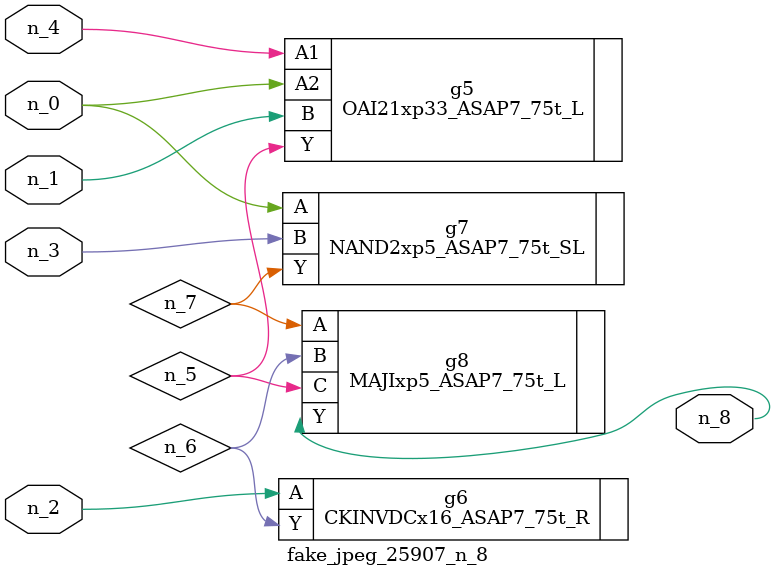
<source format=v>
module fake_jpeg_25907_n_8 (n_3, n_2, n_1, n_0, n_4, n_8);

input n_3;
input n_2;
input n_1;
input n_0;
input n_4;

output n_8;

wire n_6;
wire n_5;
wire n_7;

OAI21xp33_ASAP7_75t_L g5 ( 
.A1(n_4),
.A2(n_0),
.B(n_1),
.Y(n_5)
);

CKINVDCx16_ASAP7_75t_R g6 ( 
.A(n_2),
.Y(n_6)
);

NAND2xp5_ASAP7_75t_SL g7 ( 
.A(n_0),
.B(n_3),
.Y(n_7)
);

MAJIxp5_ASAP7_75t_L g8 ( 
.A(n_7),
.B(n_6),
.C(n_5),
.Y(n_8)
);


endmodule
</source>
